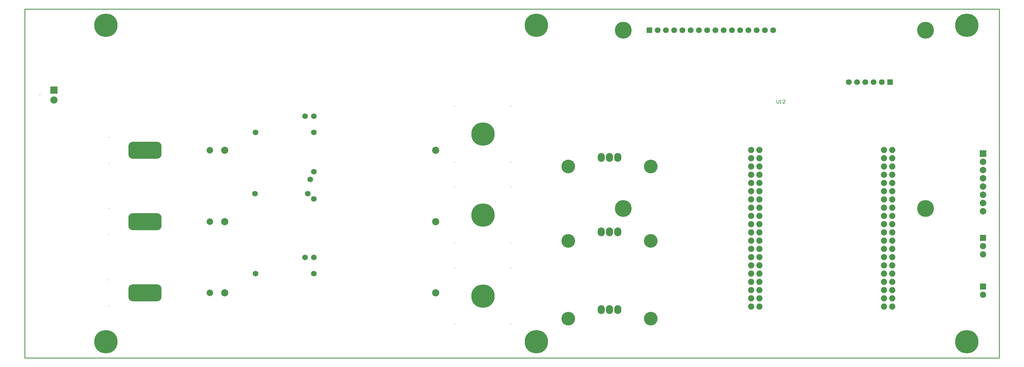
<source format=gbs>
G04 Layer_Color=16711935*
%FSLAX43Y43*%
%MOMM*%
G71*
G01*
G75*
%ADD35C,0.254*%
%ADD36C,0.178*%
%ADD89O,2.203X2.703*%
%ADD90C,0.203*%
%ADD91C,7.203*%
%ADD92C,1.727*%
%ADD93C,2.203*%
%ADD94R,0.203X0.203*%
%ADD95C,2.003*%
%ADD96C,1.803*%
%ADD97R,1.803X1.803*%
%ADD98C,1.903*%
%ADD99R,1.953X1.953*%
%ADD100C,1.953*%
%ADD101C,4.203*%
%ADD102R,0.203X0.203*%
%ADD103R,2.203X2.203*%
%ADD104R,2.003X2.003*%
%ADD105C,5.203*%
G04:AMPARAMS|DCode=106|XSize=10.203mm|YSize=5.203mm|CornerRadius=1.352mm|HoleSize=0mm|Usage=FLASHONLY|Rotation=180.000|XOffset=0mm|YOffset=0mm|HoleType=Round|Shape=RoundedRectangle|*
%AMROUNDEDRECTD106*
21,1,10.203,2.500,0,0,180.0*
21,1,7.500,5.203,0,0,180.0*
1,1,2.703,-3.750,1.250*
1,1,2.703,3.750,1.250*
1,1,2.703,3.750,-1.250*
1,1,2.703,-3.750,-1.250*
%
%ADD106ROUNDEDRECTD106*%
D35*
X0Y0D02*
X300000D01*
Y107500D01*
X0D02*
X300000D01*
X0Y0D02*
Y107500D01*
D36*
X231476Y79508D02*
Y78661D01*
X231645Y78492D01*
X231984D01*
X232153Y78661D01*
Y79508D01*
X232492Y78492D02*
X232830D01*
X232661D01*
Y79508D01*
X232492Y79338D01*
X234015Y78492D02*
X233338D01*
X234015Y79169D01*
Y79338D01*
X233846Y79508D01*
X233507D01*
X233338Y79338D01*
D89*
X177450Y14900D02*
D03*
X180000D02*
D03*
X182550D02*
D03*
X177450Y61800D02*
D03*
X180000D02*
D03*
X182550D02*
D03*
X177450Y38800D02*
D03*
X180000D02*
D03*
X182550D02*
D03*
D90*
X132350Y52650D02*
D03*
X149650Y35350D02*
D03*
Y52650D02*
D03*
X132350Y35350D02*
D03*
Y10350D02*
D03*
X149650Y27650D02*
D03*
Y10350D02*
D03*
X132350Y27650D02*
D03*
Y60350D02*
D03*
X149650Y77650D02*
D03*
Y60350D02*
D03*
X132350Y77650D02*
D03*
D91*
X141000Y44000D02*
D03*
Y19000D02*
D03*
X290000Y5000D02*
D03*
X157500Y5000D02*
D03*
Y102500D02*
D03*
X25000D02*
D03*
Y5000D02*
D03*
X290000Y102500D02*
D03*
X141000Y69000D02*
D03*
D92*
X86250Y31000D02*
D03*
X89000Y26000D02*
D03*
Y31000D02*
D03*
X71000Y26000D02*
D03*
X89000Y49000D02*
D03*
X87880Y54970D02*
D03*
X87120Y50570D02*
D03*
X89000Y57380D02*
D03*
X70890Y50570D02*
D03*
X71000Y69500D02*
D03*
X89000Y74500D02*
D03*
Y69500D02*
D03*
X86250Y74500D02*
D03*
D93*
X61500Y20000D02*
D03*
X126500D02*
D03*
X9000Y79500D02*
D03*
X61500Y64000D02*
D03*
X126500D02*
D03*
X61500Y42000D02*
D03*
X126500D02*
D03*
D94*
X25925Y16000D02*
D03*
Y24000D02*
D03*
Y60000D02*
D03*
Y68000D02*
D03*
Y38000D02*
D03*
Y46000D02*
D03*
D95*
X57000Y20000D02*
D03*
X295000Y45220D02*
D03*
Y47760D02*
D03*
Y50300D02*
D03*
Y52840D02*
D03*
Y55380D02*
D03*
Y57920D02*
D03*
Y60460D02*
D03*
X57000Y64000D02*
D03*
Y42000D02*
D03*
D96*
X253650Y85000D02*
D03*
X258730D02*
D03*
X263810D02*
D03*
X261270D02*
D03*
X256190D02*
D03*
X227810Y101000D02*
D03*
X222730D02*
D03*
X215110D02*
D03*
X210030D02*
D03*
X204950D02*
D03*
X199870D02*
D03*
X194790D02*
D03*
X197330D02*
D03*
X202410D02*
D03*
X207490D02*
D03*
X212570D02*
D03*
X217650D02*
D03*
X220190D02*
D03*
X225270D02*
D03*
X230350D02*
D03*
D97*
X266350Y85000D02*
D03*
X192250Y101000D02*
D03*
D98*
X223560Y64100D02*
D03*
Y61560D02*
D03*
Y59020D02*
D03*
Y56480D02*
D03*
Y53940D02*
D03*
Y51400D02*
D03*
Y48860D02*
D03*
Y46320D02*
D03*
Y43780D02*
D03*
Y41240D02*
D03*
Y38700D02*
D03*
Y36160D02*
D03*
Y33620D02*
D03*
Y31080D02*
D03*
Y28540D02*
D03*
Y26000D02*
D03*
Y23460D02*
D03*
Y20920D02*
D03*
Y18380D02*
D03*
Y15840D02*
D03*
X226100Y64100D02*
D03*
Y61560D02*
D03*
Y59020D02*
D03*
Y56480D02*
D03*
Y53940D02*
D03*
Y51400D02*
D03*
Y48860D02*
D03*
Y46320D02*
D03*
Y43780D02*
D03*
Y41240D02*
D03*
Y38700D02*
D03*
Y36160D02*
D03*
Y33620D02*
D03*
Y31080D02*
D03*
Y28540D02*
D03*
Y26000D02*
D03*
Y23460D02*
D03*
Y20920D02*
D03*
Y18380D02*
D03*
Y15840D02*
D03*
X267000D02*
D03*
Y18380D02*
D03*
Y20920D02*
D03*
Y23460D02*
D03*
Y26000D02*
D03*
Y28540D02*
D03*
Y31080D02*
D03*
Y33620D02*
D03*
Y36160D02*
D03*
Y38700D02*
D03*
Y41240D02*
D03*
Y43780D02*
D03*
Y46320D02*
D03*
Y48860D02*
D03*
Y51400D02*
D03*
Y53940D02*
D03*
Y56480D02*
D03*
Y59020D02*
D03*
Y61560D02*
D03*
Y64100D02*
D03*
X264460Y15840D02*
D03*
Y18380D02*
D03*
Y20920D02*
D03*
Y23460D02*
D03*
Y26000D02*
D03*
Y28540D02*
D03*
Y31080D02*
D03*
Y33620D02*
D03*
Y36160D02*
D03*
Y38700D02*
D03*
Y41240D02*
D03*
Y43780D02*
D03*
Y46320D02*
D03*
Y48860D02*
D03*
Y51400D02*
D03*
Y53940D02*
D03*
Y56480D02*
D03*
Y59020D02*
D03*
Y61560D02*
D03*
Y64100D02*
D03*
D99*
X295000Y37000D02*
D03*
Y22000D02*
D03*
D100*
Y34460D02*
D03*
Y31920D02*
D03*
Y19460D02*
D03*
D101*
X167300Y59000D02*
D03*
X192700D02*
D03*
X167300Y12100D02*
D03*
X192700D02*
D03*
X167300Y36000D02*
D03*
X192700D02*
D03*
D102*
X4680Y81000D02*
D03*
D103*
X9000Y82500D02*
D03*
D104*
X295000Y63000D02*
D03*
D105*
X184250Y101000D02*
D03*
X277270Y46000D02*
D03*
X184250D02*
D03*
X277250Y101000D02*
D03*
D106*
X37000Y20000D02*
D03*
Y64000D02*
D03*
Y42000D02*
D03*
M02*

</source>
